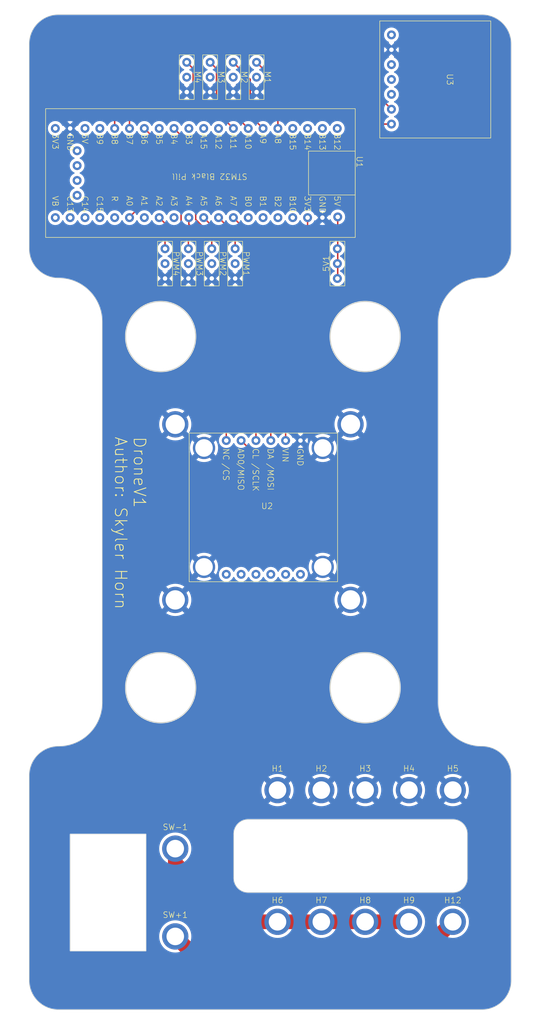
<source format=kicad_pcb>
(kicad_pcb (version 20221018) (generator pcbnew)
  (layers (0 "F.Cu" signal) (31 "B.Cu" signal) (34 "B.Paste" user) (35 "F.Paste" user) (36 "B.SilkS" user "B.Silkscreen") (37 "F.SilkS" user "F.Silkscreen") (38 "B.Mask" user) (39 "F.Mask" user) (44 "Edge.Cuts" user))
  (net 0 "")
  (net 1 "/M1 Control")
  (net 3 "/M2 Control")
  (net 5 "/M3 Control")
  (net 7 "/M4 Control")
  (net 9 "/PWM1 Input")
  (net 11 "/PWM2 Input")
  (net 13 "/PWM3 Input")
  (net 15 "/PWM4 Input")
  (net 43 "GND")
  (net 44 "VS")
  (net 45 "/VS_PreSwitch")
  (net 46 "/ICM 20948 MISO")
  (net 47 "/I2C1 SDA")
  (net 48 "/I2C1 SCL")
  (net 49 "/3V3")
  (net 50 "/ICM 20948 MOSI")
  (net 51 "/ICM 20948 SCLK")
  (net 52 "/ICM 20948 CS")
  (net 63 "Net-(5V1-Pad1)")
  (footprint "CustomFootprints:Header3x1Spaced2.54mm" (layer "F.Cu") (at 90.1865 33.1865 -90)
    (fp_text reference "M1" (at 0 -0.635 -90 unlocked) (layer "F.SilkS") (effects (font (thickness 0.1))))
    (fp_text value "~" hide)
    (fp_rect (start -3.81 0) (end 3.81 2.54) (stroke (width 0.1)) (fill none) (layer "F.SilkS"))
    (pad "1" thru_hole circle (at -2.54 1.27 270) (size 1.524 1.524) (drill 0.762) (layers "*.Cu" "*.Mask") (net 1 "/M1 Control"))
    (pad "2" thru_hole circle (at 0 1.27 270) (size 1.524 1.524) (drill 0.762) (layers "*.Cu" "*.Mask"))
    (pad "3" thru_hole circle (at 2.54 1.27 270) (size 1.524 1.524) (drill 0.762) (layers "*.Cu" "*.Mask") (net 43 "GND"))
  )
  (footprint "CustomFootprints:ESCMounting" (layer "F.Cu") (at 75 176.825)
    (fp_text reference "SW+1" (at 0 -0.5 unlocked) (layer "F.SilkS") (effects (font (thickness 0.1))))
    (fp_text value "~" hide)
    (pad "1" thru_hole circle (at 0 3.175) (size 4.5 4.5) (drill 3) (layers "*.Cu" "*.Mask") (net 44 "VS"))
  )
  (footprint "CustomFootprints:ESCMounting" (layer "F.Cu") (at 115 174.325)
    (fp_text reference "H9" (at 0 -0.5 unlocked) (layer "F.SilkS") (effects (font (thickness 0.1))))
    (fp_text value "~" hide)
    (pad "1" thru_hole circle (at 0 3.175) (size 4.5 4.5) (drill 3) (layers "*.Cu" "*.Mask") (net 45 "/VS_PreSwitch"))
  )
  (footprint "CustomFootprints:ESCMounting" (layer "F.Cu") (at 107.5 151.825)
    (fp_text reference "H3" (at 0 -0.5 unlocked) (layer "F.SilkS") (effects (font (thickness 0.1))))
    (fp_text value "~" hide)
    (pad "1" thru_hole circle (at 0 3.175) (size 4.5 4.5) (drill 3) (layers "*.Cu" "*.Mask") (net 43 "GND"))
  )
  (footprint "CustomFootprints:ESCMounting" (layer "F.Cu") (at 122.5 174.325)
    (fp_text reference "H12" (at 0 -0.5 unlocked) (layer "F.SilkS") (effects (font (thickness 0.1))))
    (fp_text value "~" hide)
    (pad "1" thru_hole circle (at 0 3.175) (size 4.5 4.5) (drill 3) (layers "*.Cu" "*.Mask") (net 44 "VS"))
  )
  (footprint "CustomFootprints:M3MountingHole" (layer "F.Cu") (at 75 92.5 90)
    (fp_text reference "MH2" hide)
    (fp_text value "~" hide)
    (pad "1" thru_hole circle (at 0 0 90) (size 4.5 4.5) (drill 3.3) (layers "*.Cu" "*.Mask") (net 43 "GND"))
  )
  (footprint "CustomFootprints:ESCMounting" (layer "F.Cu") (at 92.5 174.325)
    (fp_text reference "H6" (at 0 -0.5 unlocked) (layer "F.SilkS") (effects (font (thickness 0.1))))
    (fp_text value "~" hide)
    (pad "1" thru_hole circle (at 0 3.175) (size 4.5 4.5) (drill 3) (layers "*.Cu" "*.Mask") (net 45 "/VS_PreSwitch"))
  )
  (footprint "CustomFootprints:ICM-20948 GyrAccMag" (layer "F.Cu") (at 91.35 105.43)
    (fp_text reference "U2" (at -0.635 1.04 unlocked) (layer "F.SilkS") (effects (font (thickness 0.1))))
    (fp_text value "~")
    (fp_text user "/SCLK" (at -3.175 -6.35 270 unlocked) (layer "F.SilkS") (effects (font (thickness 0.1)) (justify left bottom)))
    (fp_text user "/MOSI" (at -0.635 -6.35 270 unlocked) (layer "F.SilkS") (effects (font (thickness 0.1)) (justify left bottom)))
    (fp_text user "CL" (at -3.175 -8.89 -90 unlocked) (layer "F.SilkS") (effects (font (thickness 0.1)) (justify left bottom)))
    (fp_text user "DA" (at -0.635 -8.89 -90 unlocked) (layer "F.SilkS") (effects (font (thickness 0.1)) (justify left bottom)))
    (fp_text user "VIN" (at 1.905 -8.89 -90 unlocked) (layer "F.SilkS") (effects (font (thickness 0.1)) (justify left bottom)))
    (fp_text user "GND" (at 4.445 -8.89 -90 unlocked) (layer "F.SilkS") (effects (font (thickness 0.1)) (justify left bottom)))
    (fp_text user "/CS" (at -8.255 -6.35 270 unlocked) (layer "F.SilkS") (effects (font (thickness 0.1)) (justify left bottom)))
    (fp_text user "/MISO" (at -5.715 -6.35 270 unlocked) (layer "F.SilkS") (effects (font (thickness 0.1)) (justify left bottom)))
    (fp_text user "AD0" (at -5.715 -8.89 -90 unlocked) (layer "F.SilkS") (effects (font (thickness 0.1)) (justify left bottom)))
    (fp_text user "NC" (at -8.255 -8.89 -90 unlocked) (layer "F.SilkS") (effects (font (thickness 0.1)) (justify left bottom)))
    (fp_rect (start 11.43 -11.43) (end -13.97 13.97) (stroke (width 0.1)) (fill none) (layer "F.SilkS"))
    (pad "1" thru_hole circle (at -7.62 -10.16) (size 1.524 1.524) (drill 0.762) (layers "*.Cu" "*.Mask") (net 52 "/ICM 20948 CS"))
    (pad "2" thru_hole circle (at -5.08 -10.16) (size 1.524 1.524) (drill 0.762) (layers "*.Cu" "*.Mask") (net 46 "/ICM 20948 MISO"))
    (pad "3" thru_hole circle (at -2.54 -10.16) (size 1.524 1.524) (drill 0.762) (layers "*.Cu" "*.Mask") (net 51 "/ICM 20948 SCLK"))
    (pad "4" thru_hole circle (at 0 -10.16) (size 1.524 1.524) (drill 0.762) (layers "*.Cu" "*.Mask") (net 50 "/ICM 20948 MOSI"))
    (pad "5" thru_hole circle (at 2.54 -10.16) (size 1.524 1.524) (drill 0.762) (layers "*.Cu" "*.Mask") (net 49 "/3V3"))
    (pad "6" thru_hole circle (at 5.08 -10.16) (size 1.524 1.524) (drill 0.762) (layers "*.Cu" "*.Mask") (net 43 "GND"))
    (pad "7" thru_hole circle (at -7.62 12.7) (size 1.524 1.524) (drill 0.762) (layers "*.Cu" "*.Mask"))
    (pad "8" thru_hole circle (at -5.08 12.7) (size 1.524 1.524) (drill 0.762) (layers "*.Cu" "*.Mask"))
    (pad "9" thru_hole circle (at -2.54 12.7) (size 1.524 1.524) (drill 0.762) (layers "*.Cu" "*.Mask"))
    (pad "10" thru_hole circle (at 0 12.7) (size 1.524 1.524) (drill 0.762) (layers "*.Cu" "*.Mask"))
    (pad "11" thru_hole circle (at 2.54 12.7) (size 1.524 1.524) (drill 0.762) (layers "*.Cu" "*.Mask"))
    (pad "12" thru_hole circle (at 5.08 12.7) (size 1.524 1.524) (drill 0.762) (layers "*.Cu" "*.Mask"))
    (pad "13" thru_hole circle (at 8.89 11.43) (size 3.81 3.81) (drill 3) (layers "*.Cu" "*.Mask") (net 43 "GND"))
    (pad "14" thru_hole circle (at 8.89 -8.89) (size 3.81 3.81) (drill 3) (layers "*.Cu" "*.Mask") (net 43 "GND"))
    (pad "15" thru_hole circle (at -11.43 -8.89) (size 3.81 3.81) (drill 3) (layers "*.Cu" "*.Mask") (net 43 "GND"))
    (pad "16" thru_hole circle (at -11.43 11.43) (size 3.81 3.81) (drill 3) (layers "*.Cu" "*.Mask") (net 43 "GND"))
  )
  (footprint "CustomFootprints:Header3x1Spaced2.54mm" (layer "F.Cu") (at 78.2365 33.1865 -90)
    (fp_text reference "M4" (at 0 -0.635 -90 unlocked) (layer "F.SilkS") (effects (font (thickness 0.1))))
    (fp_text value "~" hide)
    (fp_rect (start -3.81 0) (end 3.81 2.54) (stroke (width 0.1)) (fill none) (layer "F.SilkS"))
    (pad "1" thru_hole circle (at -2.54 1.27 270) (size 1.524 1.524) (drill 0.762) (layers "*.Cu" "*.Mask") (net 7 "/M4 Control"))
    (pad "2" thru_hole circle (at 0 1.27 270) (size 1.524 1.524) (drill 0.762) (layers "*.Cu" "*.Mask"))
    (pad "3" thru_hole circle (at 2.54 1.27 270) (size 1.524 1.524) (drill 0.762) (layers "*.Cu" "*.Mask") (net 43 "GND"))
  )
  (footprint "CustomFootprints:ESCMounting" (layer "F.Cu") (at 100 151.825)
    (fp_text reference "H2" (at 0 -0.5 unlocked) (layer "F.SilkS") (effects (font (thickness 0.1))))
    (fp_text value "~" hide)
    (pad "1" thru_hole circle (at 0 3.175) (size 4.5 4.5) (drill 3) (layers "*.Cu" "*.Mask") (net 43 "GND"))
  )
  (footprint "CustomFootprints:Header3x1Spaced2.54mm" (layer "F.Cu") (at 101.48 65.04 90)
    (fp_text reference "5V1" (at 0 -0.635 90 unlocked) (layer "F.SilkS") (effects (font (thickness 0.1))))
    (fp_text value "~" hide)
    (fp_rect (start -3.81 0) (end 3.81 2.54) (stroke (width 0.1)) (fill none) (layer "F.SilkS"))
    (pad "1" thru_hole circle (at -2.54 1.27 90) (size 1.524 1.524) (drill 0.762) (layers "*.Cu" "*.Mask") (net 63 "Net-(5V1-Pad1)"))
    (pad "2" thru_hole circle (at 0 1.27 90) (size 1.524 1.524) (drill 0.762) (layers "*.Cu" "*.Mask") (net 63 "Net-(5V1-Pad1)"))
    (pad "3" thru_hole circle (at 2.54 1.27 90) (size 1.524 1.524) (drill 0.762) (layers "*.Cu" "*.Mask") (net 63 "Net-(5V1-Pad1)"))
  )
  (footprint "CustomFootprints:M3MountingHole" (layer "F.Cu") (at 105 92.5 90)
    (fp_text reference "MH4" hide)
    (fp_text value "~" hide)
    (pad "1" thru_hole circle (at 0 0 90) (size 4.5 4.5) (drill 3.3) (layers "*.Cu" "*.Mask") (net 43 "GND"))
  )
  (footprint "CustomFootprints:ESCMounting" (layer "F.Cu") (at 92.5 151.825)
    (fp_text reference "H1" (at 0 -0.5 unlocked) (layer "F.SilkS") (effects (font (thickness 0.1))))
    (fp_text value "~" hide)
    (pad "1" thru_hole circle (at 0 3.175) (size 4.5 4.5) (drill 3) (layers "*.Cu" "*.Mask") (net 43 "GND"))
  )
  (footprint "CustomFootprints:ESCMounting" (layer "F.Cu") (at 107.5 174.325)
    (fp_text reference "H8" (at 0 -0.5 unlocked) (layer "F.SilkS") (effects (font (thickness 0.1))))
    (fp_text value "~" hide)
    (pad "1" thru_hole circle (at 0 3.175) (size 4.5 4.5) (drill 3) (layers "*.Cu" "*.Mask") (net 45 "/VS_PreSwitch"))
  )
  (footprint "CustomFootprints:ESCMounting" (layer "F.Cu") (at 75 161.825)
    (fp_text reference "SW-1" (at 0 -0.5 unlocked) (layer "F.SilkS") (effects (font (thickness 0.1))))
    (fp_text value "~" hide)
    (pad "1" thru_hole circle (at 0 3.175) (size 4.5 4.5) (drill 3) (layers "*.Cu" "*.Mask") (net 45 "/VS_PreSwitch"))
  )
  (footprint "CustomFootprints:ESCMounting" (layer "F.Cu") (at 122.5 151.825)
    (fp_text reference "H5" (at 0 -0.5 unlocked) (layer "F.SilkS") (effects (font (thickness 0.1))))
    (fp_text value "~" hide)
    (pad "1" thru_hole circle (at 0 3.175) (size 4.5 4.5) (drill 3) (layers "*.Cu" "*.Mask") (net 43 "GND"))
  )
  (footprint "CustomFootprints:ESCMounting" (layer "F.Cu") (at 115 151.825)
    (fp_text reference "H4" (at 0 -0.5 unlocked) (layer "F.SilkS") (effects (font (thickness 0.1))))
    (fp_text value "~" hide)
    (pad "1" thru_hole circle (at 0 3.175) (size 4.5 4.5) (drill 3) (layers "*.Cu" "*.Mask") (net 43 "GND"))
  )
  (footprint "CustomFootprints:Header3x1Spaced2.54mm" (layer "F.Cu") (at 86.5165 65.04 -90)
    (fp_text reference "PWM1" (at 0 -0.635 -90 unlocked) (layer "F.SilkS") (effects (font (thickness 0.1))))
    (fp_text value "~" hide)
    (fp_rect (start -3.81 0) (end 3.81 2.54) (stroke (width 0.1)) (fill none) (layer "F.SilkS"))
    (pad "1" thru_hole circle (at -2.54 1.27 270) (size 1.524 1.524) (drill 0.762) (layers "*.Cu" "*.Mask") (net 9 "/PWM1 Input"))
    (pad "2" thru_hole circle (at 0 1.27 270) (size 1.524 1.524) (drill 0.762) (layers "*.Cu" "*.Mask"))
    (pad "3" thru_hole circle (at 2.54 1.27 270) (size 1.524 1.524) (drill 0.762) (layers "*.Cu" "*.Mask") (net 43 "GND"))
  )
  (footprint "CustomFootprints:M3MountingHole" (layer "F.Cu") (at 75 122.5 90)
    (fp_text reference "MH1" hide)
    (fp_text value "~" hide)
    (pad "1" thru_hole circle (at 0 0 90) (size 4.5 4.5) (drill 3.3) (layers "*.Cu" "*.Mask") (net 43 "GND"))
  )
  (footprint "CustomFootprints:Header3x1Spaced2.54mm" (layer "F.Cu") (at 86.1865 33.1865 -90)
    (fp_text reference "M2" (at 0 -0.635 -90 unlocked) (layer "F.SilkS") (effects (font (thickness 0.1))))
    (fp_text value "~" hide)
    (fp_rect (start -3.81 0) (end 3.81 2.54) (stroke (width 0.1)) (fill none) (layer "F.SilkS"))
    (pad "1" thru_hole circle (at -2.54 1.27 270) (size 1.524 1.524) (drill 0.762) (layers "*.Cu" "*.Mask") (net 3 "/M2 Control"))
    (pad "2" thru_hole circle (at 0 1.27 270) (size 1.524 1.524) (drill 0.762) (layers "*.Cu" "*.Mask"))
    (pad "3" thru_hole circle (at 2.54 1.27 270) (size 1.524 1.524) (drill 0.762) (layers "*.Cu" "*.Mask") (net 43 "GND"))
  )
  (footprint "CustomFootprints:ESCMounting" (layer "F.Cu") (at 100 174.325)
    (fp_text reference "H7" (at 0 -0.5 unlocked) (layer "F.SilkS") (effects (font (thickness 0.1))))
    (fp_text value "~" hide)
    (pad "1" thru_hole circle (at 0 3.175) (size 4.5 4.5) (drill 3) (layers "*.Cu" "*.Mask") (net 45 "/VS_PreSwitch"))
  )
  (footprint "CustomFootprints:MPL3115A2_Barometer" (layer "F.Cu") (at 121.5 33.58 -90)
    (fp_text reference "U3" (at 0 -0.5 -90 unlocked) (layer "F.SilkS") (effects (font (thickness 0.1))))
    (fp_text value "~")
    (fp_rect (start -10 11.5) (end 10 -7.5) (stroke (width 0.1)) (fill none) (layer "F.SilkS"))
    (pad "1" thru_hole circle (at -7.62 9.5 270) (size 1.524 1.524) (drill 0.762) (layers "*.Cu" "*.Mask"))
    (pad "2" thru_hole circle (at -5.08 9.5 270) (size 1.524 1.524) (drill 0.762) (layers "*.Cu" "*.Mask") (net 43 "GND"))
    (pad "3" thru_hole circle (at -2.54 9.5 270) (size 1.524 1.524) (drill 0.762) (layers "*.Cu" "*.Mask"))
    (pad "4" thru_hole circle (at 0 9.5 270) (size 1.524 1.524) (drill 0.762) (layers "*.Cu" "*.Mask"))
    (pad "5" thru_hole circle (at 2.54 9.5 270) (size 1.524 1.524) (drill 0.762) (layers "*.Cu" "*.Mask"))
    (pad "6" thru_hole circle (at 5.08 9.5 270) (size 1.524 1.524) (drill 0.762) (layers "*.Cu" "*.Mask") (net 48 "/I2C1 SCL"))
    (pad "7" thru_hole circle (at 7.62 9.5 270) (size 1.524 1.524) (drill 0.762) (layers "*.Cu" "*.Mask") (net 47 "/I2C1 SDA"))
  )
  (footprint "CustomFootprints:Header3x1Spaced2.54mm" (layer "F.Cu") (at 82.5165 65.04 -90)
    (fp_text reference "PWM2" (at 0 -0.635 -90 unlocked) (layer "F.SilkS") (effects (font (thickness 0.1))))
    (fp_text value "~" hide)
    (fp_rect (start -3.81 0) (end 3.81 2.54) (stroke (width 0.1)) (fill none) (layer "F.SilkS"))
    (pad "1" thru_hole circle (at -2.54 1.27 270) (size 1.524 1.524) (drill 0.762) (layers "*.Cu" "*.Mask") (net 11 "/PWM2 Input"))
    (pad "2" thru_hole circle (at 0 1.27 270) (size 1.524 1.524) (drill 0.762) (layers "*.Cu" "*.Mask"))
    (pad "3" thru_hole circle (at 2.54 1.27 270) (size 1.524 1.524) (drill 0.762) (layers "*.Cu" "*.Mask") (net 43 "GND"))
  )
  (footprint "CustomFootprints:Header3x1Spaced2.54mm" (layer "F.Cu") (at 78.5165 65.04 -90)
    (fp_text reference "PWM3" (at 0 -0.635 -90 unlocked) (layer "F.SilkS") (effects (font (thickness 0.1))))
    (fp_text value "~" hide)
    (fp_rect (start -3.81 0) (end 3.81 2.54) (stroke (width 0.1)) (fill none) (layer "F.SilkS"))
    (pad "1" thru_hole circle (at -2.54 1.27 270) (size 1.524 1.524) (drill 0.762) (layers "*.Cu" "*.Mask") (net 13 "/PWM3 Input"))
    (pad "2" thru_hole circle (at 0 1.27 270) (size 1.524 1.524) (drill 0.762) (layers "*.Cu" "*.Mask"))
    (pad "3" thru_hole circle (at 2.54 1.27 270) (size 1.524 1.524) (drill 0.762) (layers "*.Cu" "*.Mask") (net 43 "GND"))
  )
  (footprint "CustomFootprints:M3MountingHole" (layer "F.Cu") (at 105 122.5 90)
    (fp_text reference "MH3" hide)
    (fp_text value "~" hide)
    (pad "1" thru_hole circle (at 0 0 90) (size 4.5 4.5) (drill 3.3) (layers "*.Cu" "*.Mask") (net 43 "GND"))
  )
  (footprint "CustomFootprints:STM32BlackPill40Pin" (layer "F.Cu") (at 100.8215 49.5665 -90)
    (fp_text reference "U1" (at -1.905 -5.715 -90 unlocked) (layer "F.SilkS") (effects (font (thickness 0.1))))
    (fp_text value "~")
    (fp_text user "C13" (at 3.81 44.403 -90 unlocked) (layer "F.SilkS") (effects (font (thickness 0.1)) (justify left bottom)))
    (fp_text user "B13" (at -6.858 1.223 -90 unlocked) (layer "F.SilkS") (effects (font (thickness 0.1)) (justify left bottom)))
    (fp_text user "B2" (at 3.81 8.843 -90 unlocked) (layer "F.SilkS") (effects (font (thickness 0.1)) (justify left bottom)))
    (fp_text user "A7" (at 3.81 16.463 -90 unlocked) (layer "F.SilkS") (effects (font (thickness 0.1)) (justify left bottom)))
    (fp_text user "A10" (at -6.858 13.923 -90 unlocked) (layer "F.SilkS") (effects (font (thickness 0.1)) (justify left bottom)))
    (fp_text user "B6" (at -6.858 31.703 -90 unlocked) (layer "F.SilkS") (effects (font (thickness 0.1)) (justify left bottom)))
    (fp_text user "STM32 Black Pill" (at 0 13.415 -180 unlocked) (layer "F.SilkS") (effects (font (thickness 0.1)) (justify left bottom)))
    (fp_text user "VB" (at 3.81 46.943 -90 unlocked) (layer "F.SilkS") (effects (font (thickness 0.1)) (justify left bottom)))
    (fp_text user "A0" (at 3.81 34.243 -90 unlocked) (layer "F.SilkS") (effects (font (thickness 0.1)) (justify left bottom)))
    (fp_text user "A4" (at 3.81 24.083 -90 unlocked) (layer "F.SilkS") (effects (font (thickness 0.1)) (justify left bottom)))
    (fp_text user "3V3" (at -6.858 46.943 -90 unlocked) (layer "F.SilkS") (effects (font (thickness 0.1)) (justify left bottom)))
    (fp_text user "A2" (at 3.81 29.163 -90 unlocked) (layer "F.SilkS") (effects (font (thickness 0.1)) (justify left bottom)))
    (fp_text user "5V" (at 3.81 -1.317 -90 unlocked) (layer "F.SilkS") (effects (font (thickness 0.1)) (justify left bottom)))
    (fp_text user "C15" (at 3.81 39.323 -90 unlocked) (layer "F.SilkS") (effects (font (thickness 0.1)) (justify left bottom)))
    (fp_text user "B9" (at -6.858 39.323 -90 unlocked) (layer "F.SilkS") (effects (font (thickness 0.1)) (justify left bottom)))
    (fp_text user "R" (at 3.81 36.783 -90 unlocked) (layer "F.SilkS") (effects (font (thickness 0.1)) (justify left bottom)))
    (fp_text user "GND" (at 3.81 1.223 -90 unlocked) (layer "F.SilkS") (effects (font (thickness 0.1)) (justify left bottom)))
    (fp_text user "GND" (at -6.858 44.403 -90 unlocked) (layer "F.SilkS") (effects (font (thickness 0.1)) (justify left bottom)))
    (fp_text user "B14" (at -6.858 3.763 -90 unlocked) (layer "F.SilkS") (effects (font (thickness 0.1)) (justify left bottom)))
    (fp_text user "A12" (at -6.858 19.003 -90 unlocked) (layer "F.SilkS") (effects (font (thickness 0.1)) (justify left bottom)))
    (fp_text user "A11" (at -6.858 16.463 -90 unlocked) (layer "F.SilkS") (effects (font (thickness 0.1)) (justify left bottom)))
    (fp_text user "A6" (at 3.81 19.003 -90 unlocked) (layer "F.SilkS") (effects (font (thickness 0.1)) (justify left bottom)))
    (fp_text user "C14" (at 3.81 41.863 -90 unlocked) (layer "F.SilkS") (effects (font (thickness 0.1)) (justify left bottom)))
    (fp_text user "B3" (at -6.858 24.083 -90 unlocked) (layer "F.SilkS") (effects (font (thickness 0.1)) (justify left bottom)))
    (fp_text user "B8" (at -6.858 36.783 -90 unlocked) (layer "F.SilkS") (effects (font (thickness 0.1)) (justify left bottom)))
    (fp_text user "B7" (at -6.858 34.243 -90 unlocked) (layer "F.SilkS") (effects (font (thickness 0.1)) (justify left bottom)))
    (fp_text user "A15" (at -6.858 21.543 -90 unlocked) (layer "F.SilkS") (effects (font (thickness 0.1)) (justify left bottom)))
    (fp_text user "A1" (at 3.81 31.703 -90 unlocked) (layer "F.SilkS") (effects (font (thickness 0.1)) (justify left bottom)))
    (fp_text user "B15" (at -6.858 6.303 -90 unlocked) (layer "F.SilkS") (effects (font (thickness 0.1)) (justify left bottom)))
    (fp_text user "A9" (at -6.858 11.383 -90 unlocked) (layer "F.SilkS") (effects (font (thickness 0.1)) (justify left bottom)))
    (fp_text user "3V3" (at 3.81 3.763 -90 unlocked) (layer "F.SilkS") (effects (font (thickness 0.1)) (justify left bottom)))
    (fp_text user "B5" (at -6.858 29.163 -90 unlocked) (layer "F.SilkS") (effects (font (thickness 0.1)) (justify left bottom)))
    (fp_text user "A3" (at 3.81 26.623 -90 unlocked) (layer "F.SilkS") (effects (font (thickness 0.1)) (justify left bottom)))
    (fp_text user "A5" (at 3.81 21.543 -90 unlocked) (layer "F.SilkS") (effects (font (thickness 0.1)) (justify left bottom)))
    (fp_text user "B0" (at 3.81 13.923 -90 unlocked) (layer "F.SilkS") (effects (font (thickness 0.1)) (justify left bottom)))
    (fp_text user "B12" (at -6.858 -1.317 -90 unlocked) (layer "F.SilkS") (effects (font (thickness 0.1)) (justify left bottom)))
    (fp_text user "B4" (at -6.858 26.623 -90 unlocked) (layer "F.SilkS") (effects (font (thickness 0.1)) (justify left bottom)))
    (fp_text user "5V" (at -6.858 41.863 -90 unlocked) (layer "F.SilkS") (effects (font (thickness 0.1)) (justify left bottom)))
    (fp_text user "B10" (at 3.81 6.303 -90 unlocked) (layer "F.SilkS") (effects (font (thickness 0.1)) (justify left bottom)))
    (fp_text user "B1" (at 3.81 11.383 -90 unlocked) (layer "F.SilkS") (effects (font (thickness 0.1)) (justify left bottom)))
    (fp_text user "A8" (at -6.858 8.843 -90 unlocked) (layer "F.SilkS") (effects (font (thickness 0.1)) (justify left bottom)))
    (fp_rect (start -11 -4.985) (end 11 48.015) (stroke (width 0.1)) (fill none) (layer "F.SilkS"))
    (fp_rect (start -3.746 -4.985) (end 3.746 3.015) (stroke (width 0.1)) (fill none) (layer "F.SilkS"))
    (pad "1" thru_hole circle (at -7.62 -1.905 270) (size 1.524 1.524) (drill 0.762) (layers "*.Cu" "*.Mask"))
    (pad "2" thru_hole circle (at -7.62 0.635 270) (size 1.524 1.524) (drill 0.762) (layers "*.Cu" "*.Mask"))
    (pad "3" thru_hole circle (at -7.62 3.175 270) (size 1.524 1.524) (drill 0.762) (layers "*.Cu" "*.Mask"))
    (pad "4" thru_hole circle (at -7.62 5.715 270) (size 1.524 1.524) (drill 0.762) (layers "*.Cu" "*.Mask"))
    (pad "5" thru_hole circle (at -7.62 8.255 270) (size 1.524 1.524) (drill 0.762) (layers "*.Cu" "*.Mask") (net 1 "/M1 Control"))
    (pad "6" thru_hole circle (at -7.62 10.795 270) (size 1.524 1.524) (drill 0.762) (layers "*.Cu" "*.Mask") (net 3 "/M2 Control"))
    (pad "7" thru_hole circle (at -7.62 13.335 270) (size 1.524 1.524) (drill 0.762) (layers "*.Cu" "*.Mask") (net 5 "/M3 Control"))
    (pad "8" thru_hole circle (at -7.62 15.875 270) (size 1.524 1.524) (drill 0.762) (layers "*.Cu" "*.Mask") (net 7 "/M4 Control"))
    (pad "9" thru_hole circle (at -7.62 18.415 270) (size 1.524 1.524) (drill 0.762) (layers "*.Cu" "*.Mask"))
    (pad "10" thru_hole circle (at -7.62 20.955 270) (size 1.524 1.524) (drill 0.762) (layers "*.Cu" "*.Mask"))
    (pad "11" thru_hole circle (at -7.62 23.495 270) (size 1.524 1.524) (drill 0.762) (layers "*.Cu" "*.Mask"))
    (pad "12" thru_hole circle (at -7.62 26.035 270) (size 1.524 1.524) (drill 0.762) (layers "*.Cu" "*.Mask") (net 46 "/ICM 20948 MISO"))
    (pad "13" thru_hole circle (at -7.62 28.575 270) (size 1.524 1.524) (drill 0.762) (layers "*.Cu" "*.Mask"))
    (pad "14" thru_hole circle (at -7.62 31.115 270) (size 1.524 1.524) (drill 0.762) (layers "*.Cu" "*.Mask") (net 11 "/PWM2 Input"))
    (pad "15" thru_hole circle (at -7.62 33.655 270) (size 1.524 1.524) (drill 0.762) (layers "*.Cu" "*.Mask") (net 47 "/I2C1 SDA"))
    (pad "16" thru_hole circle (at -7.62 36.195 270) (size 1.524 1.524) (drill 0.762) (layers "*.Cu" "*.Mask") (net 48 "/I2C1 SCL"))
    (pad "17" thru_hole circle (at -7.62 38.735 270) (size 1.524 1.524) (drill 0.762) (layers "*.Cu" "*.Mask"))
    (pad "18" thru_hole circle (at -7.62 41.275 270) (size 1.524 1.524) (drill 0.762) (layers "*.Cu" "*.Mask"))
    (pad "19" thru_hole circle (at -7.62 43.815 270) (size 1.524 1.524) (drill 0.762) (layers "*.Cu" "*.Mask") (net 43 "GND"))
    (pad "20" thru_hole circle (at -7.62 46.355 270) (size 1.524 1.524) (drill 0.762) (layers "*.Cu" "*.Mask"))
    (pad "21" thru_hole circle (at 7.5 -1.985 270) (size 1.524 1.524) (drill 0.762) (layers "*.Cu" "*.Mask") (net 63 "Net-(5V1-Pad1)"))
    (pad "22" thru_hole circle (at 7.62 0.635 270) (size 1.524 1.524) (drill 0.762) (layers "*.Cu" "*.Mask") (net 43 "GND"))
    (pad "23" thru_hole circle (at 7.62 3.175 270) (size 1.524 1.524) (drill 0.762) (layers "*.Cu" "*.Mask") (net 49 "/3V3"))
    (pad "24" thru_hole circle (at 7.62 5.715 270) (size 1.524 1.524) (drill 0.762) (layers "*.Cu" "*.Mask"))
    (pad "25" thru_hole circle (at 7.62 8.255 270) (size 1.524 1.524) (drill 0.762) (layers "*.Cu" "*.Mask"))
    (pad "26" thru_hole circle (at 7.62 10.795 270) (size 1.524 1.524) (drill 0.762) (layers "*.Cu" "*.Mask"))
    (pad "27" thru_hole circle (at 7.62 13.335 270) (size 1.524 1.524) (drill 0.762) (layers "*.Cu" "*.Mask"))
    (pad "28" thru_hole circle (at 7.62 15.875 270) (size 1.524 1.524) (drill 0.762) (layers "*.Cu" "*.Mask") (net 50 "/ICM 20948 MOSI"))
    (pad "29" thru_hole circle (at 7.62 18.415 270) (size 1.524 1.524) (drill 0.762) (layers "*.Cu" "*.Mask") (net 9 "/PWM1 Input"))
    (pad "30" thru_hole circle (at 7.62 20.955 270) (size 1.524 1.524) (drill 0.762) (layers "*.Cu" "*.Mask") (net 51 "/ICM 20948 SCLK"))
    (pad "31" thru_hole circle (at 7.62 23.495 270) (size 1.524 1.524) (drill 0.762) (layers "*.Cu" "*.Mask") (net 52 "/ICM 20948 CS"))
    (pad "32" thru_hole circle (at 7.62 26.035 270) (size 1.524 1.524) (drill 0.762) (layers "*.Cu" "*.Mask"))
    (pad "33" thru_hole circle (at 7.62 28.575 270) (size 1.524 1.524) (drill 0.762) (layers "*.Cu" "*.Mask") (net 15 "/PWM4 Input"))
    (pad "34" thru_hole circle (at 7.62 31.115 270) (size 1.524 1.524) (drill 0.762) (layers "*.Cu" "*.Mask"))
    (pad "35" thru_hole circle (at 7.62 33.655 270) (size 1.524 1.524) (drill 0.762) (layers "*.Cu" "*.Mask") (net 13 "/PWM3 Input"))
    (pad "36" thru_hole circle (at 7.62 36.195 270) (size 1.524 1.524) (drill 0.762) (layers "*.Cu" "*.Mask"))
    (pad "37" thru_hole circle (at 7.62 38.735 270) (size 1.524 1.524) (drill 0.762) (layers "*.Cu" "*.Mask"))
    (pad "38" thru_hole circle (at 7.62 41.275 270) (size 1.524 1.524) (drill 0.762) (layers "*.Cu" "*.Mask"))
    (pad "39" thru_hole circle (at 7.62 43.815 270) (size 1.524 1.524) (drill 0.762) (layers "*.Cu" "*.Mask"))
    (pad "40" thru_hole circle (at 7.62 46.355 270) (size 1.524 1.524) (drill 0.762) (layers "*.Cu" "*.Mask"))
    (pad "41" thru_hole circle (at -3.81 42.625 270) (size 1.524 1.524) (drill 0.762) (layers "*.Cu" "*.Mask"))
    (pad "42" thru_hole circle (at -1.27 42.625 270) (size 1.524 1.524) (drill 0.762) (layers "*.Cu" "*.Mask"))
    (pad "43" thru_hole circle (at 1.27 42.625 270) (size 1.524 1.524) (drill 0.762) (layers "*.Cu" "*.Mask"))
    (pad "44" thru_hole circle (at 3.81 42.625 270) (size 1.524 1.524) (drill 0.762) (layers "*.Cu" "*.Mask"))
  )
  (footprint "CustomFootprints:Header3x1Spaced2.54mm" (layer "F.Cu") (at 74.5165 65.04 -90)
    (fp_text reference "PWM4" (at 0 -0.635 -90 unlocked) (layer "F.SilkS") (effects (font (thickness 0.1))))
    (fp_text value "~" hide)
    (fp_rect (start -3.81 0) (end 3.81 2.54) (stroke (width 0.1)) (fill none) (layer "F.SilkS"))
    (pad "1" thru_hole circle (at -2.54 1.27 270) (size 1.524 1.524) (drill 0.762) (layers "*.Cu" "*.Mask") (net 15 "/PWM4 Input"))
    (pad "2" thru_hole circle (at 0 1.27 270) (size 1.524 1.524) (drill 0.762) (layers "*.Cu" "*.Mask"))
    (pad "3" thru_hole circle (at 2.54 1.27 270) (size 1.524 1.524) (drill 0.762) (layers "*.Cu" "*.Mask") (net 43 "GND"))
  )
  (footprint "CustomFootprints:Header3x1Spaced2.54mm" (layer "F.Cu") (at 82.2365 33.1865 -90)
    (fp_text reference "M3" (at 0 -0.635 -90 unlocked) (layer "F.SilkS") (effects (font (thickness 0.1))))
    (fp_text value "~" hide)
    (fp_rect (start -3.81 0) (end 3.81 2.54) (stroke (width 0.1)) (fill none) (layer "F.SilkS"))
    (pad "1" thru_hole circle (at -2.54 1.27 270) (size 1.524 1.524) (drill 0.762) (layers "*.Cu" "*.Mask") (net 5 "/M3 Control"))
    (pad "2" thru_hole circle (at 0 1.27 270) (size 1.524 1.524) (drill 0.762) (layers "*.Cu" "*.Mask"))
    (pad "3" thru_hole circle (at 2.54 1.27 270) (size 1.524 1.524) (drill 0.762) (layers "*.Cu" "*.Mask") (net 43 "GND"))
  )
  (gr_arc (start 127.5 147.5) (mid 131.035534 148.964466) (end 132.5 152.5) (stroke (width 0.1)) (layer "Edge.Cuts"))
  (gr_circle (center 72.5 137.5) (end 78.5 137.5) (stroke (width 0.2)) (fill none) (layer "Edge.Cuts"))
  (gr_rect (start 57 162.5) (end 70 182.5) (stroke (width 0.1)) (fill none) (layer "Edge.Cuts"))
  (gr_arc (start 119.999999 75) (mid 122.196698 69.696698) (end 127.5 67.499999) (stroke (width 0.1)) (layer "Edge.Cuts"))
  (gr_arc (start 127.5 22.5) (mid 131.035534 23.964466) (end 132.5 27.5) (stroke (width 0.1)) (layer "Edge.Cuts"))
  (gr_line (start 120 75) (end 120 140) (stroke (width 0.1)) (layer "Edge.Cuts"))
  (gr_line (start 55 67.5) (end 55 67.5) (stroke (width 0.1)) (layer "Edge.Cuts"))
  (gr_arc (start 62.5 140) (mid 60.303301 145.303301) (end 55 147.5) (stroke (width 0.1)) (layer "Edge.Cuts"))
  (gr_circle (center 72.5 77.5) (end 78.5 77.5) (stroke (width 0.2)) (fill none) (layer "Edge.Cuts"))
  (gr_line (start 87.5 172.5) (end 122.5 172.5) (stroke (width 0.1)) (layer "Edge.Cuts"))
  (gr_arc (start 122.5 160) (mid 124.267767 160.732233) (end 125 162.5) (stroke (width 0.1)) (layer "Edge.Cuts"))
  (gr_line (start 62.5 140) (end 62.5 75) (stroke (width 0.1)) (layer "Edge.Cuts"))
  (gr_arc (start 125 170) (mid 124.267767 171.767767) (end 122.5 172.5) (stroke (width 0.1)) (layer "Edge.Cuts"))
  (gr_line (start 132.499999 62.5) (end 132.5 27.5) (stroke (width 0.1)) (layer "Edge.Cuts"))
  (gr_line (start 125 170) (end 125 162.5) (stroke (width 0.1)) (layer "Edge.Cuts"))
  (gr_arc (start 132.5 187.5) (mid 131.035534 191.035534) (end 127.5 192.5) (stroke (width 0.1)) (layer "Edge.Cuts"))
  (gr_line (start 50 62.5) (end 50 27.5) (stroke (width 0.1)) (layer "Edge.Cuts"))
  (gr_line (start 50 152.5) (end 50 187.5) (stroke (width 0.1)) (layer "Edge.Cuts"))
  (gr_line (start 55 147.5) (end 55 147.5) (stroke (width 0.1)) (layer "Edge.Cuts"))
  (gr_arc (start 87.5 172.5) (mid 85.732233 171.767767) (end 85 170) (stroke (width 0.1)) (layer "Edge.Cuts"))
  (gr_line (start 85 162.5) (end 85 170) (stroke (width 0.1)) (layer "Edge.Cuts"))
  (gr_arc (start 132.499999 62.5) (mid 131.035533 66.035533) (end 127.5 67.499999) (stroke (width 0.1)) (layer "Edge.Cuts"))
  (gr_line (start 132.5 152.5) (end 132.5 187.5) (stroke (width 0.1)) (layer "Edge.Cuts"))
  (gr_line (start 122.5 160) (end 87.5 160) (stroke (width 0.1)) (layer "Edge.Cuts"))
  (gr_arc (start 55 67.5) (mid 51.464466 66.035534) (end 50 62.5) (stroke (width 0.1)) (layer "Edge.Cuts"))
  (gr_line (start 55 22.5) (end 127.5 22.5) (stroke (width 0.1)) (layer "Edge.Cuts"))
  (gr_line (start 127.5 192.5) (end 55 192.5) (stroke (width 0.1)) (layer "Edge.Cuts"))
  (gr_arc (start 50 27.5) (mid 51.464466 23.964466) (end 55 22.5) (stroke (width 0.1)) (layer "Edge.Cuts"))
  (gr_circle (center 107.5 137.5) (end 113.5 137.5) (stroke (width 0.2)) (fill none) (layer "Edge.Cuts"))
  (gr_arc (start 50 152.5) (mid 51.464466 148.964466) (end 55 147.5) (stroke (width 0.1)) (layer "Edge.Cuts"))
  (gr_arc (start 55 67.5) (mid 60.303301 69.696699) (end 62.5 75) (stroke (width 0.1)) (layer "Edge.Cuts"))
  (gr_arc (start 127.5 147.5) (mid 122.196699 145.303301) (end 120 140) (stroke (width 0.1)) (layer "Edge.Cuts"))
  (gr_arc (start 85 162.5) (mid 85.732233 160.732233) (end 87.5 160) (stroke (width 0.1)) (layer "Edge.Cuts"))
  (gr_arc (start 55 192.5) (mid 51.464466 191.035534) (end 50 187.5) (stroke (width 0.1)) (layer "Edge.Cuts"))
  (gr_circle (center 107.5 77.5) (end 113.5 77.5) (stroke (width 0.2)) (fill none) (layer "Edge.Cuts"))
  (gr_text "DroneV1\nAuthor: Skyler Horn" (at 64.5 94.5 270) (layer "F.SilkS") (effects (font (size 2 2)) (justify left bottom)))
  (segment (start 92.5665 41.9465) (end 92.5665 34.2965) (width 0.25) (layer "F.Cu") (net 1))
  (segment (start 92.5665 34.2965) (end 88.9165 30.6465) (width 0.25) (layer "F.Cu") (net 1))
  (segment (start 90.0265 41.9465) (end 87.8295 39.7495) (width 0.25) (layer "F.Cu") (net 3))
  (segment (start 87.8295 33.5595) (end 84.9165 30.6465) (width 0.25) (layer "F.Cu") (net 3))
  (segment (start 87.8295 39.7495) (end 87.8295 33.5595) (width 0.25) (layer "F.Cu") (net 3))
  (segment (start 87.4865 41.9465) (end 82.0535 36.5135) (width 0.25) (layer "F.Cu") (net 5))
  (segment (start 82.0535 36.5135) (end 82.0535 31.7335) (width 0.25) (layer "F.Cu") (net 5))
  (segment (start 82.0535 31.7335) (end 80.9665 30.6465) (width 0.25) (layer "F.Cu") (net 5))
  (segment (start 78.0535 31.7335) (end 76.9665 30.6465) (width 0.25) (layer "F.Cu") (net 7))
  (segment (start 84.9465 41.9465) (end 78.0535 35.0535) (width 0.25) (layer "F.Cu") (net 7))
  (segment (start 78.0535 35.0535) (end 78.0535 31.7335) (width 0.25) (layer "F.Cu") (net 7))
  (segment (start 85.2465 60.0165) (end 82.3665 57.1365) (width 0.25) (layer "F.Cu") (net 9))
  (segment (start 85.2465 62.3265) (end 85.2465 60.0165) (width 0.25) (layer "F.Cu") (net 9))
  (segment (start 78.4965 57.4965) (end 81.2465 60.2465) (width 0.25) (layer "F.Cu") (net 11))
  (segment (start 78.4965 50.7265) (end 78.4965 57.4965) (width 0.25) (layer "F.Cu") (net 11))
  (segment (start 69.6665 41.8965) (end 78.4965 50.7265) (width 0.25) (layer "F.Cu") (net 11))
  (segment (start 81.2465 60.2465) (end 81.2465 62.3265) (width 0.25) (layer "F.Cu") (net 11))
  (segment (start 69.1865 55.0765) (end 67.1265 57.1365) (width 0.25) (layer "F.Cu") (net 13))
  (segment (start 75.9965 56.3265) (end 74.7465 55.0765) (width 0.25) (layer "F.Cu") (net 13))
  (segment (start 74.7465 55.0765) (end 69.1865 55.0765) (width 0.25) (layer "F.Cu") (net 13))
  (segment (start 77.2465 62.3265) (end 77.2465 61.24887) (width 0.25) (layer "F.Cu") (net 13))
  (segment (start 77.2465 61.24887) (end 75.9965 59.99887) (width 0.25) (layer "F.Cu") (net 13))
  (segment (start 75.9965 59.99887) (end 75.9965 56.3265) (width 0.25) (layer "F.Cu") (net 13))
  (segment (start 73.2465 58.1765) (end 72.2065 57.1365) (width 0.25) (layer "F.Cu") (net 15))
  (segment (start 73.2465 62.3265) (end 73.2465 58.1765) (width 0.25) (layer "F.Cu") (net 15))
  (segment (start 89.0665 35.8765) (end 88.9165 35.7265) (width 0.25) (layer "F.Cu") (net 43))
  (segment (start 75 180) (end 80 185) (width 2.5) (layer "F.Cu") (net 44))
  (segment (start 115 185) (end 122.5 177.5) (width 2.5) (layer "F.Cu") (net 44))
  (segment (start 80 185) (end 115 185) (width 2.5) (layer "F.Cu") (net 44))
  (segment (start 85 177.5) (end 92.5 177.5) (width 2.5) (layer "F.Cu") (net 45))
  (segment (start 75 165) (end 75 167.5) (width 2.5) (layer "F.Cu") (net 45))
  (segment (start 75 167.5) (end 85 177.5) (width 2.5) (layer "F.Cu") (net 45))
  (segment (start 115 177.5) (end 92.5 177.5) (width 2.5) (layer "F.Cu") (net 45))
  (segment (start 114 64) (end 114 91) (width 0.25) (layer "F.Cu") (net 46))
  (segment (start 74.7865 41.9465) (end 79.34 46.5) (width 0.25) (layer "F.Cu") (net 46))
  (segment (start 79.34 46.5) (end 96.5 46.5) (width 0.25) (layer "F.Cu") (net 46))
  (segment (start 91 100) (end 86.27 95.27) (width 0.25) (layer "F.Cu") (net 46))
  (segment (start 105 100) (end 91 100) (width 0.25) (layer "F.Cu") (net 46))
  (segment (start 114 91) (end 105 100) (width 0.25) (layer "F.Cu") (net 46))
  (segment (start 96.5 46.5) (end 114 64) (width 0.25) (layer "F.Cu") (net 46))
  (segment (start 109.7 41.2) (end 96.5 28) (width 0.25) (layer "F.Cu") (net 47))
  (segment (start 67.1665 35.3335) (end 67.1665 41.9465) (width 0.25) (layer "F.Cu") (net 47))
  (segment (start 96.5 28) (end 74.5 28) (width 0.25) (layer "F.Cu") (net 47))
  (segment (start 74.5 28) (end 67.1665 35.3335) (width 0.25) (layer "F.Cu") (net 47))
  (segment (start 112 41.2) (end 109.7 41.2) (width 0.25) (layer "F.Cu") (net 47))
  (segment (start 64.6265 35.3735) (end 64.6265 41.9465) (width 0.25) (layer "F.Cu") (net 48))
  (segment (start 73.5 26.5) (end 64.6265 35.3735) (width 0.25) (layer "F.Cu") (net 48))
  (segment (start 112 38.66) (end 99.84 26.5) (width 0.25) (layer "F.Cu") (net 48))
  (segment (start 99.84 26.5) (end 73.5 26.5) (width 0.25) (layer "F.Cu") (net 48))
  (segment (start 97.6465 66.3535) (end 97.6465 57.1865) (width 0.25) (layer "F.Cu") (net 49))
  (segment (start 93.89 95.27) (end 93.89 70.11) (width 0.25) (layer "F.Cu") (net 49))
  (segment (start 93.89 70.11) (end 97.6465 66.3535) (width 0.25) (layer "F.Cu") (net 49))
  (segment (start 91.35 95.27) (end 91.35 63.59) (width 0.25) (layer "F.Cu") (net 50))
  (segment (start 91.35 63.59) (end 84.9465 57.1865) (width 0.25) (layer "F.Cu") (net 50))
  (segment (start 83 70) (end 83 60.32) (width 0.25) (layer "F.Cu") (net 51))
  (segment (start 88.81 75.81) (end 83 70) (width 0.25) (layer "F.Cu") (net 51))
  (segment (start 83 60.32) (end 79.8665 57.1865) (width 0.25) (layer "F.Cu") (net 51))
  (segment (start 88.81 95.27) (end 88.81 75.81) (width 0.25) (layer "F.Cu") (net 51))
  (segment (start 79 60) (end 79 71) (width 0.25) (layer "F.Cu") (net 52))
  (segment (start 77.3265 58.3265) (end 79 60) (width 0.25) (layer "F.Cu") (net 52))
  (segment (start 83.73 95.27) (end 83.73 75.73) (width 0.25) (layer "F.Cu") (net 52))
  (segment (start 83.73 75.73) (end 79 71) (width 0.25) (layer "F.Cu") (net 52))
  (segment (start 77.3265 57.1865) (end 77.3265 58.3265) (width 0.25) (layer "F.Cu") (net 52))
  (segment (start 102.8065 67.3865) (end 103 67.58) (width 0.25) (layer "F.Cu") (net 63))
  (segment (start 102.8065 57.0665) (end 102.8065 67.3865) (width 0.25) (layer "F.Cu") (net 63))
  (zone (net 43) (net_name "GND") (layer "B.Cu") (connect_pads (clearance 0.5)) (min_thickness 0.25) (fill yes (thermal_gap 0.5) (thermal_bridge_width 1))
    (polygon (pts (xy 45 195) (xy 140 195) (xy 140 20) (xy 45 20)))
  )
)
</source>
